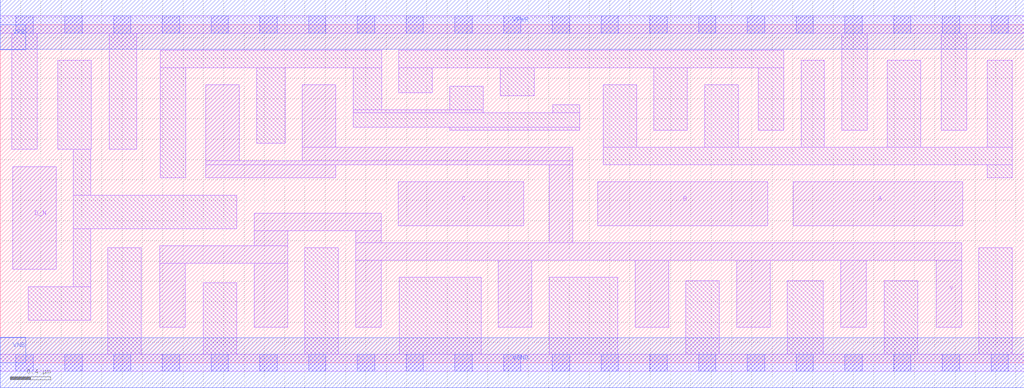
<source format=lef>
# Copyright 2020 The SkyWater PDK Authors
#
# Licensed under the Apache License, Version 2.0 (the "License");
# you may not use this file except in compliance with the License.
# You may obtain a copy of the License at
#
#     https://www.apache.org/licenses/LICENSE-2.0
#
# Unless required by applicable law or agreed to in writing, software
# distributed under the License is distributed on an "AS IS" BASIS,
# WITHOUT WARRANTIES OR CONDITIONS OF ANY KIND, either express or implied.
# See the License for the specific language governing permissions and
# limitations under the License.
#
# SPDX-License-Identifier: Apache-2.0

VERSION 5.5 ;
NAMESCASESENSITIVE ON ;
BUSBITCHARS "[]" ;
DIVIDERCHAR "/" ;
MACRO sky130_fd_sc_hs__nor4b_4
  CLASS CORE ;
  SOURCE USER ;
  ORIGIN  0.000000  0.000000 ;
  SIZE  10.08000 BY  3.330000 ;
  SYMMETRY X Y ;
  SITE unit ;
  PIN A
    ANTENNAGATEAREA  1.116000 ;
    DIRECTION INPUT ;
    USE SIGNAL ;
    PORT
      LAYER li1 ;
        RECT 7.805000 1.350000 9.475000 1.780000 ;
    END
  END A
  PIN B
    ANTENNAGATEAREA  1.116000 ;
    DIRECTION INPUT ;
    USE SIGNAL ;
    PORT
      LAYER li1 ;
        RECT 5.885000 1.350000 7.555000 1.780000 ;
    END
  END B
  PIN C
    ANTENNAGATEAREA  1.116000 ;
    DIRECTION INPUT ;
    USE SIGNAL ;
    PORT
      LAYER li1 ;
        RECT 3.920000 1.350000 5.155000 1.780000 ;
    END
  END C
  PIN D_N
    ANTENNAGATEAREA  0.363000 ;
    DIRECTION INPUT ;
    USE SIGNAL ;
    PORT
      LAYER li1 ;
        RECT 0.125000 0.920000 0.550000 1.930000 ;
    END
  END D_N
  PIN Y
    ANTENNADIFFAREA  2.440600 ;
    DIRECTION OUTPUT ;
    USE SIGNAL ;
    PORT
      LAYER li1 ;
        RECT 1.570000 0.350000 1.820000 0.980000 ;
        RECT 1.570000 0.980000 2.830000 1.150000 ;
        RECT 2.025000 1.820000 3.305000 1.950000 ;
        RECT 2.025000 1.950000 5.635000 1.990000 ;
        RECT 2.025000 1.990000 2.355000 2.735000 ;
        RECT 2.500000 0.350000 2.830000 0.980000 ;
        RECT 2.500000 1.150000 2.830000 1.300000 ;
        RECT 2.500000 1.300000 3.750000 1.470000 ;
        RECT 2.975000 1.990000 5.635000 2.120000 ;
        RECT 2.975000 2.120000 3.305000 2.735000 ;
        RECT 3.500000 0.350000 3.750000 1.010000 ;
        RECT 3.500000 1.010000 9.465000 1.180000 ;
        RECT 3.500000 1.180000 3.750000 1.300000 ;
        RECT 4.905000 0.350000 5.235000 1.010000 ;
        RECT 5.405000 1.180000 5.635000 1.950000 ;
        RECT 6.250000 0.350000 6.580000 1.010000 ;
        RECT 7.250000 0.350000 7.580000 1.010000 ;
        RECT 8.275000 0.350000 8.525000 1.010000 ;
        RECT 9.215000 0.350000 9.465000 1.010000 ;
    END
  END Y
  PIN VGND
    DIRECTION INOUT ;
    USE GROUND ;
    PORT
      LAYER met1 ;
        RECT 0.000000 -0.245000 10.080000 0.245000 ;
    END
  END VGND
  PIN VNB
    DIRECTION INOUT ;
    USE GROUND ;
    PORT
      LAYER met1 ;
        RECT 0.000000 0.000000 0.250000 0.250000 ;
    END
  END VNB
  PIN VPB
    DIRECTION INOUT ;
    USE POWER ;
    PORT
      LAYER met1 ;
        RECT 0.000000 3.080000 0.250000 3.330000 ;
    END
  END VPB
  PIN VPWR
    DIRECTION INOUT ;
    USE POWER ;
    PORT
      LAYER met1 ;
        RECT 0.000000 3.085000 10.080000 3.575000 ;
    END
  END VPWR
  OBS
    LAYER li1 ;
      RECT 0.000000 -0.085000 10.080000 0.085000 ;
      RECT 0.000000  3.245000 10.080000 3.415000 ;
      RECT 0.115000  2.100000  0.365000 3.245000 ;
      RECT 0.275000  0.420000  0.890000 0.750000 ;
      RECT 0.565000  2.100000  0.895000 2.980000 ;
      RECT 0.720000  0.750000  0.890000 1.320000 ;
      RECT 0.720000  1.320000  2.330000 1.650000 ;
      RECT 0.720000  1.650000  0.890000 2.100000 ;
      RECT 1.060000  0.085000  1.390000 1.130000 ;
      RECT 1.075000  2.100000  1.345000 3.245000 ;
      RECT 1.575000  1.820000  1.825000 2.905000 ;
      RECT 1.575000  2.905000  3.755000 3.075000 ;
      RECT 2.000000  0.085000  2.330000 0.790000 ;
      RECT 2.525000  2.160000  2.805000 2.905000 ;
      RECT 3.000000  0.085000  3.330000 1.130000 ;
      RECT 3.475000  2.320000  5.705000 2.460000 ;
      RECT 3.475000  2.460000  4.755000 2.490000 ;
      RECT 3.475000  2.490000  3.755000 2.905000 ;
      RECT 3.925000  2.660000  4.255000 2.905000 ;
      RECT 3.925000  2.905000  7.715000 3.075000 ;
      RECT 3.930000  0.085000  4.735000 0.840000 ;
      RECT 4.425000  2.290000  5.705000 2.320000 ;
      RECT 4.425000  2.490000  4.755000 2.720000 ;
      RECT 4.925000  2.630000  5.255000 2.905000 ;
      RECT 5.405000  0.085000  6.080000 0.840000 ;
      RECT 5.440000  2.460000  5.705000 2.540000 ;
      RECT 5.935000  1.950000  9.965000 2.120000 ;
      RECT 5.935000  2.120000  6.265000 2.735000 ;
      RECT 6.435000  2.290000  6.765000 2.905000 ;
      RECT 6.750000  0.085000  7.080000 0.805000 ;
      RECT 6.935000  2.120000  7.265000 2.735000 ;
      RECT 7.465000  2.290000  7.715000 2.905000 ;
      RECT 7.750000  0.085000  8.105000 0.805000 ;
      RECT 7.885000  2.120000  8.115000 2.980000 ;
      RECT 8.285000  2.290000  8.535000 3.245000 ;
      RECT 8.705000  0.085000  9.035000 0.805000 ;
      RECT 8.735000  2.120000  9.065000 2.980000 ;
      RECT 9.265000  2.290000  9.515000 3.245000 ;
      RECT 9.635000  0.085000  9.965000 1.130000 ;
      RECT 9.715000  1.820000  9.965000 1.950000 ;
      RECT 9.715000  2.120000  9.965000 2.980000 ;
    LAYER mcon ;
      RECT 0.155000 -0.085000 0.325000 0.085000 ;
      RECT 0.155000  3.245000 0.325000 3.415000 ;
      RECT 0.635000 -0.085000 0.805000 0.085000 ;
      RECT 0.635000  3.245000 0.805000 3.415000 ;
      RECT 1.115000 -0.085000 1.285000 0.085000 ;
      RECT 1.115000  3.245000 1.285000 3.415000 ;
      RECT 1.595000 -0.085000 1.765000 0.085000 ;
      RECT 1.595000  3.245000 1.765000 3.415000 ;
      RECT 2.075000 -0.085000 2.245000 0.085000 ;
      RECT 2.075000  3.245000 2.245000 3.415000 ;
      RECT 2.555000 -0.085000 2.725000 0.085000 ;
      RECT 2.555000  3.245000 2.725000 3.415000 ;
      RECT 3.035000 -0.085000 3.205000 0.085000 ;
      RECT 3.035000  3.245000 3.205000 3.415000 ;
      RECT 3.515000 -0.085000 3.685000 0.085000 ;
      RECT 3.515000  3.245000 3.685000 3.415000 ;
      RECT 3.995000 -0.085000 4.165000 0.085000 ;
      RECT 3.995000  3.245000 4.165000 3.415000 ;
      RECT 4.475000 -0.085000 4.645000 0.085000 ;
      RECT 4.475000  3.245000 4.645000 3.415000 ;
      RECT 4.955000 -0.085000 5.125000 0.085000 ;
      RECT 4.955000  3.245000 5.125000 3.415000 ;
      RECT 5.435000 -0.085000 5.605000 0.085000 ;
      RECT 5.435000  3.245000 5.605000 3.415000 ;
      RECT 5.915000 -0.085000 6.085000 0.085000 ;
      RECT 5.915000  3.245000 6.085000 3.415000 ;
      RECT 6.395000 -0.085000 6.565000 0.085000 ;
      RECT 6.395000  3.245000 6.565000 3.415000 ;
      RECT 6.875000 -0.085000 7.045000 0.085000 ;
      RECT 6.875000  3.245000 7.045000 3.415000 ;
      RECT 7.355000 -0.085000 7.525000 0.085000 ;
      RECT 7.355000  3.245000 7.525000 3.415000 ;
      RECT 7.835000 -0.085000 8.005000 0.085000 ;
      RECT 7.835000  3.245000 8.005000 3.415000 ;
      RECT 8.315000 -0.085000 8.485000 0.085000 ;
      RECT 8.315000  3.245000 8.485000 3.415000 ;
      RECT 8.795000 -0.085000 8.965000 0.085000 ;
      RECT 8.795000  3.245000 8.965000 3.415000 ;
      RECT 9.275000 -0.085000 9.445000 0.085000 ;
      RECT 9.275000  3.245000 9.445000 3.415000 ;
      RECT 9.755000 -0.085000 9.925000 0.085000 ;
      RECT 9.755000  3.245000 9.925000 3.415000 ;
  END
END sky130_fd_sc_hs__nor4b_4
END LIBRARY

</source>
